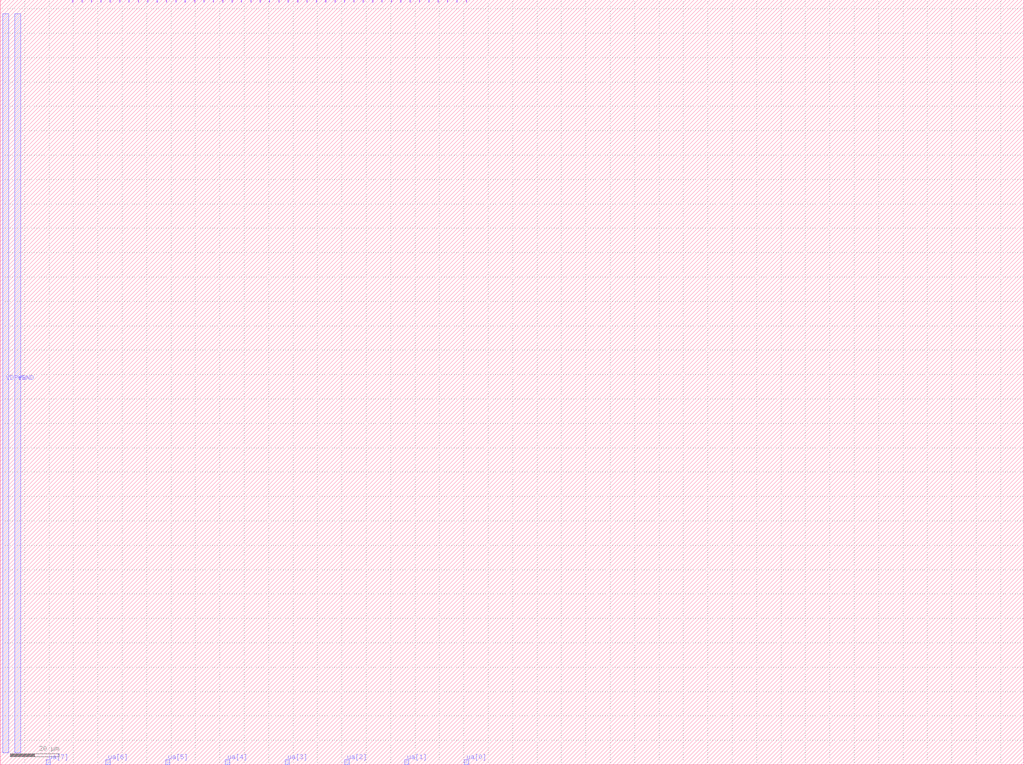
<source format=lef>
VERSION 5.7 ;
  NOWIREEXTENSIONATPIN ON ;
  DIVIDERCHAR "/" ;
  BUSBITCHARS "[]" ;
MACRO tt_um_adex_neuron_ncs
  CLASS BLOCK ;
  FOREIGN tt_um_adex_neuron_ncs ;
  ORIGIN 0.000 0.000 ;
  SIZE 419.520 BY 313.740 ;
  PIN clk
    DIRECTION INPUT ;
    USE SIGNAL ;
    PORT
      LAYER Metal4 ;
        RECT 187.050 312.740 187.350 313.740 ;
    END
  END clk
  PIN ena
    DIRECTION INPUT ;
    USE SIGNAL ;
    PORT
      LAYER Metal4 ;
        RECT 190.890 312.740 191.190 313.740 ;
    END
  END ena
  PIN rst_n
    DIRECTION INPUT ;
    USE SIGNAL ;
    PORT
      LAYER Metal4 ;
        RECT 183.210 312.740 183.510 313.740 ;
    END
  END rst_n
  PIN ua[0]
    DIRECTION INOUT ;
    USE SIGNAL ;
    PORT
      LAYER TopMetal1 ;
        RECT 190.165 0.000 191.915 2.000 ;
    END
  END ua[0]
  PIN ua[1]
    DIRECTION INOUT ;
    USE SIGNAL ;
    PORT
      LAYER TopMetal1 ;
        RECT 165.685 0.000 167.435 2.000 ;
    END
  END ua[1]
  PIN ua[2]
    DIRECTION INOUT ;
    USE SIGNAL ;
    PORT
      LAYER TopMetal1 ;
        RECT 141.205 0.000 142.955 2.000 ;
    END
  END ua[2]
  PIN ua[3]
    DIRECTION INOUT ;
    USE SIGNAL ;
    PORT
      LAYER TopMetal1 ;
        RECT 116.725 0.000 118.475 2.000 ;
    END
  END ua[3]
  PIN ua[4]
    DIRECTION INOUT ;
    USE SIGNAL ;
    PORT
      LAYER TopMetal1 ;
        RECT 92.245 0.000 93.995 2.000 ;
    END
  END ua[4]
  PIN ua[5]
    DIRECTION INOUT ;
    USE SIGNAL ;
    PORT
      LAYER TopMetal1 ;
        RECT 67.765 0.000 69.515 2.000 ;
    END
  END ua[5]
  PIN ua[6]
    DIRECTION INOUT ;
    USE SIGNAL ;
    PORT
      LAYER TopMetal1 ;
        RECT 43.285 0.000 45.035 2.000 ;
    END
  END ua[6]
  PIN ua[7]
    DIRECTION INOUT ;
    USE SIGNAL ;
    PORT
      LAYER TopMetal1 ;
        RECT 18.805 0.000 20.555 2.000 ;
    END
  END ua[7]
  PIN ui_in[0]
    DIRECTION INPUT ;
    USE SIGNAL ;
    PORT
      LAYER Metal4 ;
        RECT 179.370 312.740 179.670 313.740 ;
    END
  END ui_in[0]
  PIN ui_in[1]
    DIRECTION INPUT ;
    USE SIGNAL ;
    PORT
      LAYER Metal4 ;
        RECT 175.530 312.740 175.830 313.740 ;
    END
  END ui_in[1]
  PIN ui_in[2]
    DIRECTION INPUT ;
    USE SIGNAL ;
    PORT
      LAYER Metal4 ;
        RECT 171.690 312.740 171.990 313.740 ;
    END
  END ui_in[2]
  PIN ui_in[3]
    DIRECTION INPUT ;
    USE SIGNAL ;
    PORT
      LAYER Metal4 ;
        RECT 167.850 312.740 168.150 313.740 ;
    END
  END ui_in[3]
  PIN ui_in[4]
    DIRECTION INPUT ;
    USE SIGNAL ;
    PORT
      LAYER Metal4 ;
        RECT 164.010 312.740 164.310 313.740 ;
    END
  END ui_in[4]
  PIN ui_in[5]
    DIRECTION INPUT ;
    USE SIGNAL ;
    PORT
      LAYER Metal4 ;
        RECT 160.170 312.740 160.470 313.740 ;
    END
  END ui_in[5]
  PIN ui_in[6]
    DIRECTION INPUT ;
    USE SIGNAL ;
    PORT
      LAYER Metal4 ;
        RECT 156.330 312.740 156.630 313.740 ;
    END
  END ui_in[6]
  PIN ui_in[7]
    DIRECTION INPUT ;
    USE SIGNAL ;
    PORT
      LAYER Metal4 ;
        RECT 152.490 312.740 152.790 313.740 ;
    END
  END ui_in[7]
  PIN uio_in[0]
    DIRECTION INPUT ;
    USE SIGNAL ;
    PORT
      LAYER Metal4 ;
        RECT 148.650 312.740 148.950 313.740 ;
    END
  END uio_in[0]
  PIN uio_in[1]
    DIRECTION INPUT ;
    USE SIGNAL ;
    PORT
      LAYER Metal4 ;
        RECT 144.810 312.740 145.110 313.740 ;
    END
  END uio_in[1]
  PIN uio_in[2]
    DIRECTION INPUT ;
    USE SIGNAL ;
    PORT
      LAYER Metal4 ;
        RECT 140.970 312.740 141.270 313.740 ;
    END
  END uio_in[2]
  PIN uio_in[3]
    DIRECTION INPUT ;
    USE SIGNAL ;
    PORT
      LAYER Metal4 ;
        RECT 137.130 312.740 137.430 313.740 ;
    END
  END uio_in[3]
  PIN uio_in[4]
    DIRECTION INPUT ;
    USE SIGNAL ;
    PORT
      LAYER Metal4 ;
        RECT 133.290 312.740 133.590 313.740 ;
    END
  END uio_in[4]
  PIN uio_in[5]
    DIRECTION INPUT ;
    USE SIGNAL ;
    PORT
      LAYER Metal4 ;
        RECT 129.450 312.740 129.750 313.740 ;
    END
  END uio_in[5]
  PIN uio_in[6]
    DIRECTION INPUT ;
    USE SIGNAL ;
    PORT
      LAYER Metal4 ;
        RECT 125.610 312.740 125.910 313.740 ;
    END
  END uio_in[6]
  PIN uio_in[7]
    DIRECTION INPUT ;
    USE SIGNAL ;
    PORT
      LAYER Metal4 ;
        RECT 121.770 312.740 122.070 313.740 ;
    END
  END uio_in[7]
  PIN uio_oe[0]
    DIRECTION OUTPUT ;
    USE SIGNAL ;
    PORT
      LAYER Metal4 ;
        RECT 56.490 312.740 56.790 313.740 ;
    END
  END uio_oe[0]
  PIN uio_oe[1]
    DIRECTION OUTPUT ;
    USE SIGNAL ;
    PORT
      LAYER Metal4 ;
        RECT 52.650 312.740 52.950 313.740 ;
    END
  END uio_oe[1]
  PIN uio_oe[2]
    DIRECTION OUTPUT ;
    USE SIGNAL ;
    PORT
      LAYER Metal4 ;
        RECT 48.810 312.740 49.110 313.740 ;
    END
  END uio_oe[2]
  PIN uio_oe[3]
    DIRECTION OUTPUT ;
    USE SIGNAL ;
    PORT
      LAYER Metal4 ;
        RECT 44.970 312.740 45.270 313.740 ;
    END
  END uio_oe[3]
  PIN uio_oe[4]
    DIRECTION OUTPUT ;
    USE SIGNAL ;
    PORT
      LAYER Metal4 ;
        RECT 41.130 312.740 41.430 313.740 ;
    END
  END uio_oe[4]
  PIN uio_oe[5]
    DIRECTION OUTPUT ;
    USE SIGNAL ;
    PORT
      LAYER Metal4 ;
        RECT 37.290 312.740 37.590 313.740 ;
    END
  END uio_oe[5]
  PIN uio_oe[6]
    DIRECTION OUTPUT ;
    USE SIGNAL ;
    PORT
      LAYER Metal4 ;
        RECT 33.450 312.740 33.750 313.740 ;
    END
  END uio_oe[6]
  PIN uio_oe[7]
    DIRECTION OUTPUT ;
    USE SIGNAL ;
    PORT
      LAYER Metal4 ;
        RECT 29.610 312.740 29.910 313.740 ;
    END
  END uio_oe[7]
  PIN uio_out[0]
    DIRECTION OUTPUT ;
    USE SIGNAL ;
    PORT
      LAYER Metal4 ;
        RECT 87.210 312.740 87.510 313.740 ;
    END
  END uio_out[0]
  PIN uio_out[1]
    DIRECTION OUTPUT ;
    USE SIGNAL ;
    PORT
      LAYER Metal4 ;
        RECT 83.370 312.740 83.670 313.740 ;
    END
  END uio_out[1]
  PIN uio_out[2]
    DIRECTION OUTPUT ;
    USE SIGNAL ;
    PORT
      LAYER Metal4 ;
        RECT 79.530 312.740 79.830 313.740 ;
    END
  END uio_out[2]
  PIN uio_out[3]
    DIRECTION OUTPUT ;
    USE SIGNAL ;
    PORT
      LAYER Metal4 ;
        RECT 75.690 312.740 75.990 313.740 ;
    END
  END uio_out[3]
  PIN uio_out[4]
    DIRECTION OUTPUT ;
    USE SIGNAL ;
    PORT
      LAYER Metal4 ;
        RECT 71.850 312.740 72.150 313.740 ;
    END
  END uio_out[4]
  PIN uio_out[5]
    DIRECTION OUTPUT ;
    USE SIGNAL ;
    PORT
      LAYER Metal4 ;
        RECT 68.010 312.740 68.310 313.740 ;
    END
  END uio_out[5]
  PIN uio_out[6]
    DIRECTION OUTPUT ;
    USE SIGNAL ;
    PORT
      LAYER Metal4 ;
        RECT 64.170 312.740 64.470 313.740 ;
    END
  END uio_out[6]
  PIN uio_out[7]
    DIRECTION OUTPUT ;
    USE SIGNAL ;
    PORT
      LAYER Metal4 ;
        RECT 60.330 312.740 60.630 313.740 ;
    END
  END uio_out[7]
  PIN uo_out[0]
    DIRECTION OUTPUT ;
    USE SIGNAL ;
    PORT
      LAYER Metal4 ;
        RECT 117.930 312.740 118.230 313.740 ;
    END
  END uo_out[0]
  PIN uo_out[1]
    DIRECTION OUTPUT ;
    USE SIGNAL ;
    PORT
      LAYER Metal4 ;
        RECT 114.090 312.740 114.390 313.740 ;
    END
  END uo_out[1]
  PIN uo_out[2]
    DIRECTION OUTPUT ;
    USE SIGNAL ;
    PORT
      LAYER Metal4 ;
        RECT 110.250 312.740 110.550 313.740 ;
    END
  END uo_out[2]
  PIN uo_out[3]
    DIRECTION OUTPUT ;
    USE SIGNAL ;
    PORT
      LAYER Metal4 ;
        RECT 106.410 312.740 106.710 313.740 ;
    END
  END uo_out[3]
  PIN uo_out[4]
    DIRECTION OUTPUT ;
    USE SIGNAL ;
    PORT
      LAYER Metal4 ;
        RECT 102.570 312.740 102.870 313.740 ;
    END
  END uo_out[4]
  PIN uo_out[5]
    DIRECTION OUTPUT ;
    USE SIGNAL ;
    PORT
      LAYER Metal4 ;
        RECT 98.730 312.740 99.030 313.740 ;
    END
  END uo_out[5]
  PIN uo_out[6]
    DIRECTION OUTPUT ;
    USE SIGNAL ;
    PORT
      LAYER Metal4 ;
        RECT 94.890 312.740 95.190 313.740 ;
    END
  END uo_out[6]
  PIN uo_out[7]
    DIRECTION OUTPUT ;
    USE SIGNAL ;
    PORT
      LAYER Metal4 ;
        RECT 91.050 312.740 91.350 313.740 ;
    END
  END uo_out[7]
  PIN VDPWR
    DIRECTION INOUT ;
    USE POWER ;
    PORT
      LAYER TopMetal1 ;
        RECT 1.000 5.000 3.400 308.000 ;
    END
  END VDPWR
  PIN VGND
    DIRECTION INOUT ;
    USE GROUND ;
    PORT
      LAYER TopMetal1 ;
        RECT 6.000 5.000 8.400 308.000 ;
    END
  END VGND
END tt_um_adex_neuron_ncs
END LIBRARY


</source>
